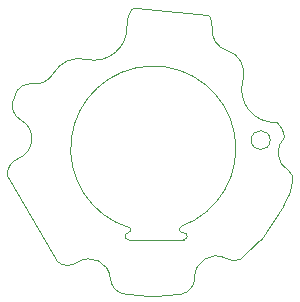
<source format=gbr>
%TF.GenerationSoftware,KiCad,Pcbnew,7.0.10*%
%TF.CreationDate,2024-11-13T08:35:10-08:00*%
%TF.ProjectId,ballBearingBoard241112,62616c6c-4265-4617-9269-6e67426f6172,rev?*%
%TF.SameCoordinates,Original*%
%TF.FileFunction,Profile,NP*%
%FSLAX46Y46*%
G04 Gerber Fmt 4.6, Leading zero omitted, Abs format (unit mm)*
G04 Created by KiCad (PCBNEW 7.0.10) date 2024-11-13 08:35:10*
%MOMM*%
%LPD*%
G01*
G04 APERTURE LIST*
%TA.AperFunction,Profile*%
%ADD10C,0.100000*%
%TD*%
G04 APERTURE END LIST*
D10*
X11049005Y-4800604D02*
G75*
G03*
X11810999Y-2743200I-3414705J2434504D01*
G01*
X9144000Y-7696200D02*
X11049000Y-4800600D01*
X-12319426Y-2418371D02*
X-8144565Y-9553595D01*
X7416800Y-9347200D02*
G75*
G03*
X9144000Y-7696200I-7162575J9222114D01*
G01*
X-1447800Y11912600D02*
G75*
G03*
X-1828800Y11760200I-35600J-463450D01*
G01*
X4851400Y11125200D02*
G75*
G03*
X4597400Y11303000I-324400J-193100D01*
G01*
X-1828799Y11760200D02*
G75*
G03*
X-2220033Y10448585I1783553J-1246163D01*
G01*
X4990685Y10327023D02*
G75*
G03*
X4851400Y11125200I-2363364J-1175D01*
G01*
X4597400Y11303000D02*
X-1447800Y11912600D01*
X2378787Y-6575073D02*
G75*
G03*
X-1981200Y-6705600I-2378787J6575073D01*
G01*
X7599372Y5816491D02*
G75*
G03*
X10492454Y2222879I2682830J-801516D01*
G01*
X11130901Y980957D02*
G75*
G03*
X11444220Y-1867160I1239860J-1304896D01*
G01*
X11130902Y980955D02*
G75*
G03*
X10492454Y2222879I-2033410J-260267D01*
G01*
X-2512885Y-12298710D02*
G75*
G03*
X2371369Y-12327066I2513135J12216944D01*
G01*
X9897491Y720689D02*
G75*
G03*
X8297491Y720689I-800000J0D01*
G01*
X8297491Y720689D02*
G75*
G03*
X9897491Y720689I800000J0D01*
G01*
X6172200Y-9296400D02*
G75*
G03*
X7416800Y-9347199I660982J922325D01*
G01*
X11810998Y-2743200D02*
G75*
G03*
X11444220Y-1867161I-779691J188361D01*
G01*
X6172200Y-9296401D02*
G75*
G03*
X3504816Y-10918826I-866707J-1578969D01*
G01*
X2371369Y-12327066D02*
G75*
G03*
X3504816Y-10918826I-266143J1374467D01*
G01*
X-3628198Y-11012801D02*
G75*
G03*
X-2512885Y-12298709I1397394J85380D01*
G01*
X-3628191Y-11012801D02*
G75*
G03*
X-6445083Y-9639640I-1796649J-109775D01*
G01*
X-8144563Y-9553592D02*
G75*
G03*
X-6445084Y-9639639I905959J1067347D01*
G01*
X4990683Y10327023D02*
G75*
G03*
X6253154Y8306029I1775550J-295669D01*
G01*
X-5683842Y7563184D02*
G75*
G03*
X-2220034Y10448585I668760J2718962D01*
G01*
X-2087579Y-7116796D02*
G75*
G03*
X-2087578Y-7716804I-17J-300004D01*
G01*
X-11437469Y-840952D02*
G75*
G03*
X-12319426Y-2418371I492372J-1310559D01*
G01*
X-11437472Y-840944D02*
G75*
G03*
X-11210376Y2425236I-633045J1685000D01*
G01*
X-2087579Y-7116803D02*
G75*
G03*
X-1981200Y-6705600I-20834J224751D01*
G01*
X-11865966Y4108322D02*
G75*
G03*
X-11210376Y2425236I1324599J-453271D01*
G01*
X-11865963Y4108321D02*
X-11684622Y4603881D01*
X-10218999Y5485838D02*
G75*
G03*
X-11684622Y4603881I-161319J-1390676D01*
G01*
X-10218998Y5485844D02*
G75*
G03*
X-8449922Y6378738I207413J1788023D01*
G01*
X-5683843Y7563180D02*
G75*
G03*
X-8449922Y6378738I-597107J-2427642D01*
G01*
X2570202Y-7716929D02*
X-2087578Y-7716804D01*
X7599370Y5816491D02*
G75*
G03*
X6253154Y8306028I-1916307J572509D01*
G01*
X2378788Y-6575074D02*
G75*
G03*
X2570200Y-7116929I137352J-256216D01*
G01*
X2570202Y-7716926D02*
G75*
G03*
X2570200Y-7116930I0J299998D01*
G01*
M02*

</source>
